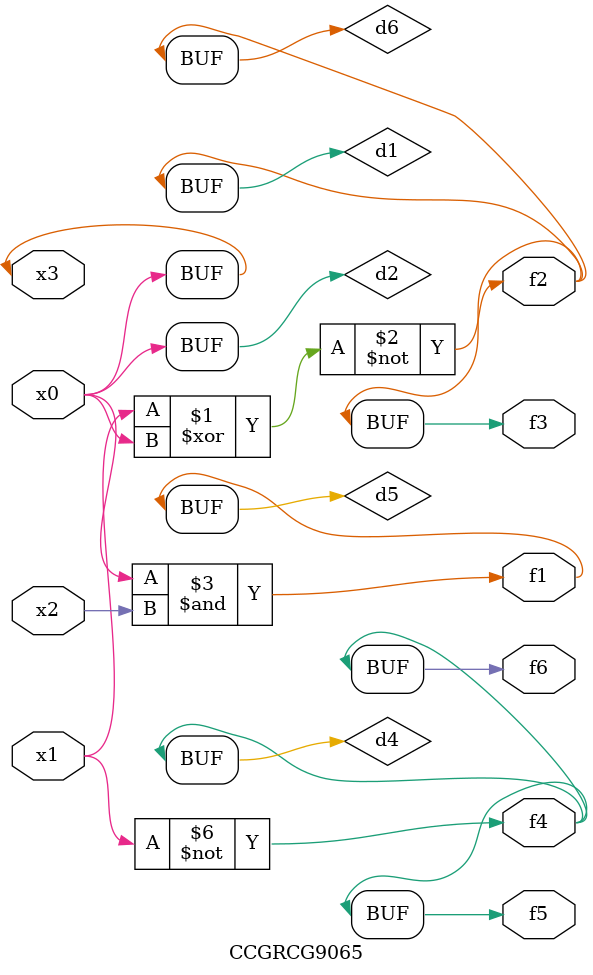
<source format=v>
module CCGRCG9065(
	input x0, x1, x2, x3,
	output f1, f2, f3, f4, f5, f6
);

	wire d1, d2, d3, d4, d5, d6;

	xnor (d1, x1, x3);
	buf (d2, x0, x3);
	nand (d3, x0, x2);
	not (d4, x1);
	nand (d5, d3);
	or (d6, d1);
	assign f1 = d5;
	assign f2 = d6;
	assign f3 = d6;
	assign f4 = d4;
	assign f5 = d4;
	assign f6 = d4;
endmodule

</source>
